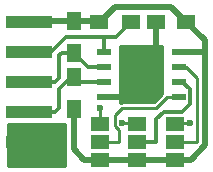
<source format=gtl>
G04 #@! TF.FileFunction,Copper,L1,Top,Signal*
%FSLAX46Y46*%
G04 Gerber Fmt 4.6, Leading zero omitted, Abs format (unit mm)*
G04 Created by KiCad (PCBNEW 0.201508170901+6097~28~ubuntu14.04.1-product) date So 05 Jun 2016 18:44:43 CEST*
%MOMM*%
G01*
G04 APERTURE LIST*
%ADD10C,0.100000*%
%ADD11R,1.143000X0.508000*%
%ADD12R,1.500000X1.250000*%
%ADD13R,1.600200X1.168400*%
%ADD14R,1.300000X1.500000*%
%ADD15R,1.500000X1.300000*%
%ADD16R,4.000000X1.000000*%
%ADD17C,0.600000*%
%ADD18C,0.508000*%
%ADD19C,0.254000*%
%ADD20C,0.304800*%
G04 APERTURE END LIST*
D10*
D11*
X15100000Y-4680000D03*
X15100000Y-5950000D03*
X15100000Y-7220000D03*
X15100000Y-8490000D03*
X8750000Y-8490000D03*
X8750000Y-7220000D03*
X8750000Y-5950000D03*
X8750000Y-4680000D03*
D12*
X15715000Y-2140000D03*
X13215000Y-2140000D03*
D13*
X14782500Y-13824000D03*
X14782500Y-12300000D03*
X14782500Y-10776000D03*
X11607500Y-13824000D03*
X11607500Y-12300000D03*
X11607500Y-10776000D03*
X8432500Y-13824000D03*
X8432500Y-12300000D03*
X8432500Y-10776000D03*
D14*
X6210000Y-9522500D03*
X6210000Y-6822500D03*
X6210000Y-2060000D03*
X6210000Y-4760000D03*
D15*
X8352500Y-2140000D03*
X11052500Y-2140000D03*
D16*
X2400000Y-12300000D03*
X2400000Y-9760000D03*
X2400000Y-7220000D03*
X2400000Y-4680000D03*
X2400000Y-2140000D03*
D17*
X16052500Y-10712500D03*
X8432500Y-9442500D03*
X10337500Y-10712500D03*
X10655000Y-8490000D03*
X11925000Y-8490000D03*
X13195000Y-8490000D03*
X13195000Y-7855000D03*
X12560000Y-8490000D03*
X11290000Y-8490000D03*
X11290000Y-7855000D03*
X12560000Y-7855000D03*
X13195000Y-7220000D03*
X11925000Y-7855000D03*
X10655000Y-7855000D03*
X11290000Y-7220000D03*
X12560000Y-7220000D03*
X13195000Y-6585000D03*
X11925000Y-7220000D03*
X10655000Y-7220000D03*
X11290000Y-6585000D03*
X12560000Y-6585000D03*
X13195000Y-5950000D03*
X11925000Y-6585000D03*
X10655000Y-6585000D03*
X11290000Y-5950000D03*
X12560000Y-5950000D03*
X13195000Y-5315000D03*
X11925000Y-5950000D03*
X10655000Y-5950000D03*
X10655000Y-5315000D03*
X11925000Y-5315000D03*
X13195000Y-4680000D03*
X12560000Y-5315000D03*
X11290000Y-5315000D03*
X11290000Y-4680000D03*
X12560000Y-4680000D03*
X11925000Y-4680000D03*
X10655000Y-4680000D03*
X4940000Y-12935000D03*
X1765000Y-14205000D03*
X3035000Y-14205000D03*
X4305000Y-14205000D03*
X4940000Y-13570000D03*
X4940000Y-14205000D03*
X3670000Y-14205000D03*
X2400000Y-14205000D03*
X1130000Y-14205000D03*
X1765000Y-13570000D03*
X3035000Y-13570000D03*
X4305000Y-13570000D03*
X4940000Y-12300000D03*
X3670000Y-13570000D03*
X2400000Y-13570000D03*
X1130000Y-13570000D03*
X1765000Y-11030000D03*
X3035000Y-11030000D03*
X4305000Y-11030000D03*
X4940000Y-11665000D03*
X4940000Y-11030000D03*
X3670000Y-11030000D03*
X2400000Y-11030000D03*
X1130000Y-11030000D03*
D18*
X14782500Y-13824000D02*
X11607500Y-13824000D01*
X16116000Y-13824000D02*
X14782500Y-13824000D01*
X17322500Y-3727500D02*
X17322500Y-4641444D01*
X17322500Y-4641444D02*
X17322500Y-12617500D01*
X15100000Y-4680000D02*
X17283944Y-4680000D01*
X17283944Y-4680000D02*
X17322500Y-4641444D01*
X8432500Y-13824000D02*
X7099000Y-13824000D01*
X6210000Y-12935000D02*
X6210000Y-9522500D01*
X7099000Y-13824000D02*
X6210000Y-12935000D01*
X15715000Y-2140000D02*
X15735000Y-2140000D01*
X15735000Y-2140000D02*
X17322500Y-3727500D01*
X17322500Y-12617500D02*
X16116000Y-13824000D01*
X11607500Y-13824000D02*
X8432500Y-13824000D01*
X8352500Y-2140000D02*
X8432500Y-2140000D01*
X8432500Y-2140000D02*
X9702500Y-870000D01*
X14445000Y-870000D02*
X15715000Y-2140000D01*
X9702500Y-870000D02*
X14445000Y-870000D01*
X6210000Y-2060000D02*
X8272500Y-2060000D01*
X8272500Y-2060000D02*
X8352500Y-2140000D01*
X6210000Y-2060000D02*
X2480000Y-2060000D01*
X2480000Y-2060000D02*
X2400000Y-2140000D01*
X8432500Y-2060000D02*
X8352500Y-2140000D01*
X2400000Y-2140000D02*
X3352500Y-2140000D01*
D19*
X16052500Y-10712500D02*
X14846000Y-10712500D01*
X14846000Y-10712500D02*
X14782500Y-10776000D01*
X8432500Y-10776000D02*
X8432500Y-9442500D01*
X10337500Y-10712500D02*
X11544000Y-10712500D01*
X11544000Y-10712500D02*
X11607500Y-10776000D01*
D18*
X8750000Y-8490000D02*
X10655000Y-8490000D01*
X11290000Y-8490000D02*
X11925000Y-8490000D01*
X12560000Y-8490000D02*
X13195000Y-8490000D01*
X13195000Y-8490000D02*
X13195000Y-7855000D01*
X11925000Y-8490000D02*
X12560000Y-8490000D01*
X10655000Y-8490000D02*
X11290000Y-8490000D01*
X10655000Y-7855000D02*
X11290000Y-7855000D01*
X11925000Y-7855000D02*
X12560000Y-7855000D01*
X13195000Y-7855000D02*
X13195000Y-7220000D01*
X12560000Y-7855000D02*
X13195000Y-7855000D01*
X11290000Y-7855000D02*
X11925000Y-7855000D01*
X10655000Y-7220000D02*
X11290000Y-7220000D01*
X11925000Y-7220000D02*
X12560000Y-7220000D01*
X13195000Y-7220000D02*
X13195000Y-6585000D01*
X12560000Y-7220000D02*
X13195000Y-7220000D01*
X11290000Y-7220000D02*
X11925000Y-7220000D01*
X10655000Y-6585000D02*
X11290000Y-6585000D01*
X11925000Y-6585000D02*
X12560000Y-6585000D01*
X13195000Y-6585000D02*
X13195000Y-5950000D01*
X12560000Y-6585000D02*
X13195000Y-6585000D01*
X11290000Y-6585000D02*
X11925000Y-6585000D01*
X10655000Y-5950000D02*
X11290000Y-5950000D01*
X11925000Y-5950000D02*
X12560000Y-5950000D01*
X13195000Y-5950000D02*
X13195000Y-5315000D01*
X12560000Y-5950000D02*
X13195000Y-5950000D01*
X11290000Y-5950000D02*
X11925000Y-5950000D01*
X11925000Y-5315000D02*
X10655000Y-5315000D01*
X12560000Y-5315000D02*
X13195000Y-5315000D01*
X13195000Y-4680000D02*
X13195000Y-5315000D01*
X11925000Y-5315000D02*
X12560000Y-5315000D01*
X10655000Y-5315000D02*
X11290000Y-5315000D01*
X10655000Y-4680000D02*
X11290000Y-4680000D01*
X11925000Y-4680000D02*
X12560000Y-4680000D01*
X13215000Y-4660000D02*
X13215000Y-2140000D01*
X13215000Y-4660000D02*
X13195000Y-4680000D01*
X12560000Y-4680000D02*
X13195000Y-4680000D01*
X11290000Y-4680000D02*
X11925000Y-4680000D01*
X1130000Y-14205000D02*
X1765000Y-14205000D01*
X2400000Y-14205000D02*
X3035000Y-14205000D01*
X3670000Y-14205000D02*
X4305000Y-14205000D01*
X4940000Y-14205000D02*
X4940000Y-13570000D01*
X4305000Y-14205000D02*
X4940000Y-14205000D01*
X3035000Y-14205000D02*
X3670000Y-14205000D01*
X1765000Y-14205000D02*
X2400000Y-14205000D01*
X1130000Y-13570000D02*
X1765000Y-13570000D01*
X2400000Y-13570000D02*
X3035000Y-13570000D01*
X3670000Y-13570000D02*
X4305000Y-13570000D01*
X4940000Y-13570000D02*
X4940000Y-12935000D01*
X4940000Y-12935000D02*
X4940000Y-12300000D01*
X4305000Y-13570000D02*
X4940000Y-13570000D01*
X3035000Y-13570000D02*
X3670000Y-13570000D01*
X1765000Y-13570000D02*
X2400000Y-13570000D01*
X1130000Y-11030000D02*
X1765000Y-11030000D01*
X2400000Y-11030000D02*
X3035000Y-11030000D01*
X3670000Y-11030000D02*
X4305000Y-11030000D01*
X4940000Y-11030000D02*
X4940000Y-11665000D01*
X4940000Y-12300000D02*
X2400000Y-12300000D01*
X4940000Y-11665000D02*
X4940000Y-12300000D01*
X4305000Y-11030000D02*
X4940000Y-11030000D01*
X3035000Y-11030000D02*
X3670000Y-11030000D01*
X1765000Y-11030000D02*
X2400000Y-11030000D01*
D19*
X14782500Y-12300000D02*
X16687500Y-12300000D01*
X15684202Y-5950000D02*
X15100000Y-5950000D01*
X16687500Y-6953298D02*
X15684202Y-5950000D01*
X16687500Y-12300000D02*
X16687500Y-6953298D01*
D20*
X15100000Y-7220000D02*
X15417500Y-7220000D01*
X15417500Y-7220000D02*
X16052500Y-7855000D01*
X16052500Y-7855000D02*
X16052500Y-9125000D01*
X16052500Y-9125000D02*
X15417500Y-9760000D01*
X15417500Y-9760000D02*
X13830000Y-9760000D01*
X13830000Y-9760000D02*
X13195000Y-10395000D01*
X13195000Y-10395000D02*
X13195000Y-12300000D01*
X13195000Y-12300000D02*
X11607500Y-12300000D01*
D19*
X8432500Y-12300000D02*
X10020000Y-12300000D01*
X10020000Y-11327698D02*
X9702500Y-11010198D01*
X9702500Y-11010198D02*
X9702500Y-10077500D01*
X10020000Y-12300000D02*
X10020000Y-11327698D01*
X9702500Y-10077500D02*
X10337500Y-9442500D01*
X10337500Y-9442500D02*
X13195000Y-9442500D01*
X13195000Y-9442500D02*
X14147500Y-8490000D01*
X14147500Y-8490000D02*
X15100000Y-8490000D01*
D20*
X8750000Y-7220000D02*
X6607500Y-7220000D01*
X6607500Y-7220000D02*
X6210000Y-6822500D01*
X6210000Y-6822500D02*
X5972500Y-6822500D01*
X5972500Y-6822500D02*
X4940000Y-7855000D01*
X4940000Y-7855000D02*
X4940000Y-9442500D01*
X4940000Y-9442500D02*
X4622500Y-9760000D01*
X4622500Y-9760000D02*
X2400000Y-9760000D01*
X6210000Y-4760000D02*
X5177500Y-4760000D01*
X4622500Y-7220000D02*
X2400000Y-7220000D01*
X4940000Y-6902500D02*
X4622500Y-7220000D01*
X4940000Y-4997500D02*
X4940000Y-6902500D01*
X5177500Y-4760000D02*
X4940000Y-4997500D01*
X8750000Y-5950000D02*
X7400000Y-5950000D01*
X7400000Y-5950000D02*
X6210000Y-4760000D01*
X8750000Y-4680000D02*
X8750000Y-3410000D01*
X9067500Y-3410000D02*
X8750000Y-3410000D01*
X9067500Y-3410000D02*
X9782500Y-3410000D01*
X9782500Y-3410000D02*
X11052500Y-2140000D01*
X8750000Y-3410000D02*
X6845000Y-3410000D01*
X5575000Y-3410000D02*
X4305000Y-4680000D01*
X6845000Y-3410000D02*
X5575000Y-3410000D01*
X4305000Y-4680000D02*
X2400000Y-4680000D01*
D19*
G36*
X5448000Y-14395500D02*
X622000Y-14395500D01*
X622000Y-10839500D01*
X5448000Y-10839500D01*
X5448000Y-14395500D01*
X5448000Y-14395500D01*
G37*
X5448000Y-14395500D02*
X622000Y-14395500D01*
X622000Y-10839500D01*
X5448000Y-10839500D01*
X5448000Y-14395500D01*
G36*
X13703000Y-8287922D02*
X13005622Y-8985300D01*
X10337500Y-8985300D01*
X10273652Y-8998000D01*
X10147000Y-8998000D01*
X10147000Y-4172000D01*
X13703000Y-4172000D01*
X13703000Y-8287922D01*
X13703000Y-8287922D01*
G37*
X13703000Y-8287922D02*
X13005622Y-8985300D01*
X10337500Y-8985300D01*
X10273652Y-8998000D01*
X10147000Y-8998000D01*
X10147000Y-4172000D01*
X13703000Y-4172000D01*
X13703000Y-8287922D01*
M02*

</source>
